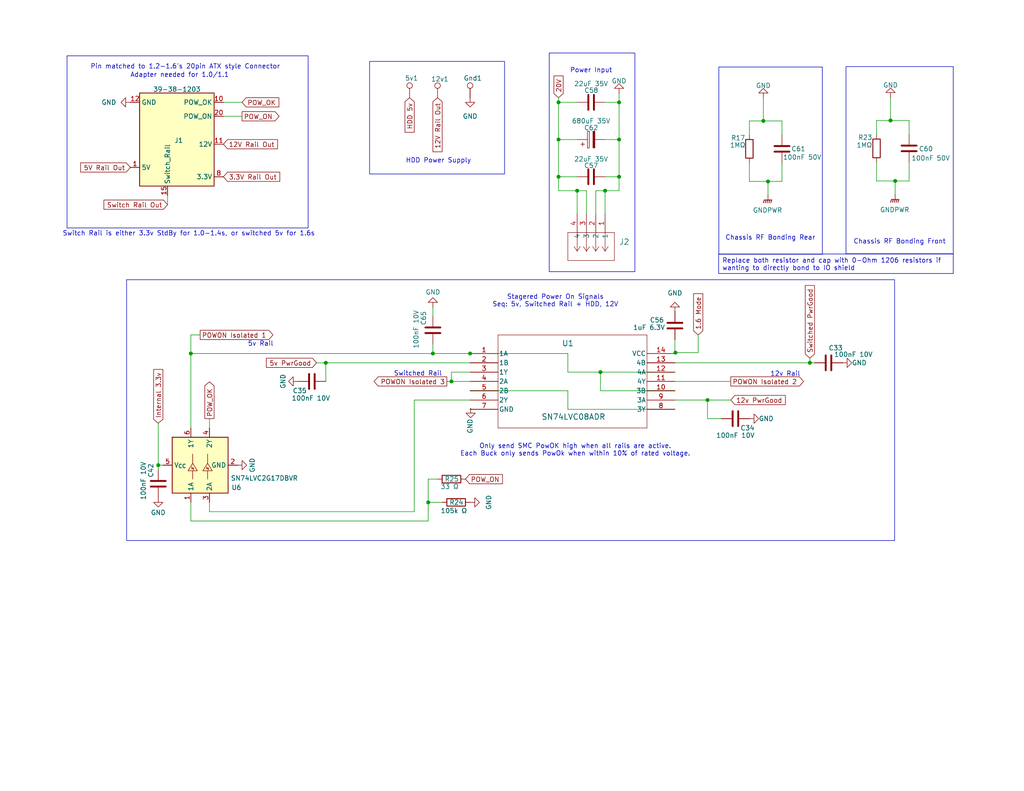
<source format=kicad_sch>
(kicad_sch (version 20250114) (generator "eeschema") (generator_version "9.0")
  (paper "USLetter")
  (title_block (title "pXu") (date "2025-01-02") (rev "1"))
  (lib_symbols
    (symbol "74xGxx:SN74LVC2G14DBV"
      (property "Reference" "U6" (at 2.1433 12.7 0))
      (property "Value" "SN74LVC2G17" (at 2.1433 10.16 0))
      (symbol "SN74LVC2G14DBV_1_1"
        (rectangle (start -7.62 7.62) (end 7.62 -7.62) (stroke (width 0.254)) (fill (type background)))
        (polyline (pts (xy -1.524 3.302) (xy 0.508 2.032) (xy -1.524 0.762) (xy -1.524 3.302)))
        (polyline (pts (xy -1.524 2.032) (xy -3.81 2.032)))
        (polyline (pts (xy -1.524 -0.762) (xy 0.508 -2.032) (xy -1.524 -3.302) (xy -1.524 -0.762)))
        (polyline (pts (xy -1.524 -2.032) (xy -3.81 -2.032)))
        (polyline (pts (xy -1.016 1.778) (xy -1.016 2.286) (xy -0.762 2.286) (xy -0.762 1.778) (xy -1.27 1.778)))
        (polyline (pts (xy -1.016 -2.286) (xy -1.016 -1.778) (xy -0.762 -1.778) (xy -0.762 -2.286) (xy -1.27 -2.286)))
        (polyline (pts (xy -0.762 2.286) (xy -0.508 2.286)))
        (polyline (pts (xy -0.762 -1.778) (xy -0.508 -1.778)))
        (polyline (pts (xy 0.508 2.032) (xy 3.048 2.032)))
        (polyline (pts (xy 0.508 -2.032) (xy 3.048 -2.032)))
        (pin input line (at -10.16 2.54 0) (length 2.54) (name "1A") (number "1"))
        (pin input line (at -10.16 -2.54 0) (length 2.54) (name "2A") (number "3"))
        (pin power_in line (at 0 10.16 270) (length 2.54) (name "V_{CC}") (number "5"))
        (pin power_in line (at 0 -10.16 90) (length 2.54) (name "GND") (number "2"))
        (pin output line (at 10.16 2.54 180) (length 2.54) (name "1Y") (number "6"))
        (pin output line (at 10.16 -2.54 180) (length 2.54) (name "2Y") (number "4"))
      )
    )
    (symbol "CONN_171826-4:171826-4" (pin_names (offset 0.254))
      (property "Reference" "J" (at 8.89 6.35 0))
      (property "Value" "171826-4" (at 0 0 0))
      (symbol "171826-4_1_1"
        (polyline (pts (xy 5.08 2.54) (xy 5.08 -10.16)) (stroke (width 0.127)))
        (polyline (pts (xy 5.08 -10.16) (xy 12.7 -10.16)) (stroke (width 0.127)))
        (polyline (pts (xy 10.16 0) (xy 5.08 0)) (stroke (width 0.127)))
        (polyline (pts (xy 10.16 0) (xy 8.89 0.8467)) (stroke (width 0.127)))
        (polyline (pts (xy 10.16 0) (xy 8.89 -0.8467)) (stroke (width 0.127)))
        (polyline (pts (xy 10.16 -2.54) (xy 5.08 -2.54)) (stroke (width 0.127)))
        (polyline (pts (xy 10.16 -2.54) (xy 8.89 -1.6933)) (stroke (width 0.127)))
        (polyline (pts (xy 10.16 -2.54) (xy 8.89 -3.3867)) (stroke (width 0.127)))
        (polyline (pts (xy 10.16 -5.08) (xy 5.08 -5.08)) (stroke (width 0.127)))
        (polyline (pts (xy 10.16 -5.08) (xy 8.89 -4.2333)) (stroke (width 0.127)))
        (polyline (pts (xy 10.16 -5.08) (xy 8.89 -5.9267)) (stroke (width 0.127)))
        (polyline (pts (xy 10.16 -7.62) (xy 5.08 -7.62)) (stroke (width 0.127)))
        (polyline (pts (xy 10.16 -7.62) (xy 8.89 -6.7733)) (stroke (width 0.127)))
        (polyline (pts (xy 10.16 -7.62) (xy 8.89 -8.4667)) (stroke (width 0.127)))
        (polyline (pts (xy 12.7 2.54) (xy 5.08 2.54)) (stroke (width 0.127)))
        (polyline (pts (xy 12.7 -10.16) (xy 12.7 2.54)) (stroke (width 0.127)))
        (pin unspecified line (at 0 0 0) (length 5.08) (name "1") (number "1"))
        (pin unspecified line (at 0 -2.54 0) (length 5.08) (name "2") (number "2"))
        (pin unspecified line (at 0 -5.08 0) (length 5.08) (name "3") (number "3"))
        (pin unspecified line (at 0 -7.62 0) (length 5.08) (name "4") (number "4"))
      )
      (symbol "171826-4_1_2"
        (polyline (pts (xy 5.08 2.54) (xy 5.08 -10.16)) (stroke (width 0.127)))
        (polyline (pts (xy 5.08 -10.16) (xy 12.7 -10.16)) (stroke (width 0.127)))
        (polyline (pts (xy 7.62 0) (xy 5.08 0)) (stroke (width 0.127)))
        (polyline (pts (xy 7.62 0) (xy 8.89 0.8467)) (stroke (width 0.127)))
        (polyline (pts (xy 7.62 0) (xy 8.89 -0.8467)) (stroke (width 0.127)))
        (polyline (pts (xy 7.62 -2.54) (xy 5.08 -2.54)) (stroke (width 0.127)))
        (polyline (pts (xy 7.62 -2.54) (xy 8.89 -1.6933)) (stroke (width 0.127)))
        (polyline (pts (xy 7.62 -2.54) (xy 8.89 -3.3867)) (stroke (width 0.127)))
        (polyline (pts (xy 7.62 -5.08) (xy 5.08 -5.08)) (stroke (width 0.127)))
        (polyline (pts (xy 7.62 -5.08) (xy 8.89 -4.2333)) (stroke (width 0.127)))
        (polyline (pts (xy 7.62 -5.08) (xy 8.89 -5.9267)) (stroke (width 0.127)))
        (polyline (pts (xy 7.62 -7.62) (xy 5.08 -7.62)) (stroke (width 0.127)))
        (polyline (pts (xy 7.62 -7.62) (xy 8.89 -6.7733)) (stroke (width 0.127)))
        (polyline (pts (xy 7.62 -7.62) (xy 8.89 -8.4667)) (stroke (width 0.127)))
        (polyline (pts (xy 12.7 2.54) (xy 5.08 2.54)) (stroke (width 0.127)))
        (polyline (pts (xy 12.7 -10.16) (xy 12.7 2.54)) (stroke (width 0.127)))
        (pin unspecified line (at 0 0 0) (length 5.08) (name "1") (number "1"))
        (pin unspecified line (at 0 -2.54 0) (length 5.08) (name "2") (number "2"))
        (pin unspecified line (at 0 -5.08 0) (length 5.08) (name "3") (number "3"))
        (pin unspecified line (at 0 -7.62 0) (length 5.08) (name "4") (number "4"))
      )
    )
    (symbol "Connector:ATX-20"
      (property "Reference" "J1" (at 0.508 -0.254 0))
      (property "Value" "39-38-1203" (at 0 13.716 0))
      (symbol "ATX-20_0_1"
        (rectangle (start -10.16 12.7) (end 10.16 -12.7) (stroke (width 0.254)) (fill (type background)))
      )
      (symbol "ATX-20_1_1"
        (pin passive line (at -12.7 10.16 0) (length 2.54) (name "GND") (number "12"))
        (pin passive line (at -12.7 10.16 0) (length 2.54) (hide yes) (name "GND") (number "14"))
        (pin passive line (at -12.7 10.16 0) (length 2.54) (hide yes) (name "GND") (number "16"))
        (pin passive line (at -12.7 10.16 0) (length 2.54) (hide yes) (name "GND") (number "19"))
        (pin passive line (at -12.7 10.16 0) (length 2.54) (hide yes) (name "GND") (number "4"))
        (pin passive line (at -12.7 10.16 0) (length 2.54) (hide yes) (name "GND") (number "5"))
        (pin passive line (at -12.7 10.16 0) (length 2.54) (hide yes) (name "GND") (number "6"))
        (pin passive line (at -12.7 10.16 0) (length 2.54) (hide yes) (name "GND") (number "9"))
        (pin power_out line (at -12.7 -7.62 0) (length 2.54) (name "5V") (number "1"))
        (pin power_out line (at -12.7 -7.62 0) (length 2.54) (hide yes) (name "5V") (number "13"))
        (pin power_out line (at -12.7 -7.62 0) (length 2.54) (hide yes) (name "5V") (number "2"))
        (pin power_out line (at -12.7 -7.62 0) (length 2.54) (hide yes) (name "5V") (number "3"))
        (pin power_out line (at -2.54 -15.24 90) (length 2.54) (name "Switch_Rail") (number "15"))
        (pin output line (at 12.7 10.16 180) (length 2.54) (name "POW_OK") (number "10"))
        (pin input line (at 12.7 6.35 180) (length 2.54) (name "POW_ON") (number "20"))
        (pin power_out line (at 12.7 -1.27 180) (length 2.54) (name "12V") (number "11"))
        (pin power_out line (at 12.7 -10.16 180) (length 2.54) (hide yes) (name "3.3V") (number "17"))
        (pin power_out line (at 12.7 -10.16 180) (length 2.54) (hide yes) (name "3.3V") (number "18"))
        (pin power_out line (at 12.7 -10.16 180) (length 2.54) (hide yes) (name "3.3V") (number "7"))
        (pin power_out line (at 12.7 -10.16 180) (length 2.54) (name "3.3V") (number "8"))
      )
    )
    (symbol "Connector:TestPoint" (pin_numbers (hide yes)) (pin_names (offset 0.762) (hide yes))
      (property "Reference" "TP" (at 0 6.858 0))
      (property "Value" "TestPoint" (at 0 5.08 0))
      (symbol "TestPoint_0_1"
        (circle (center 0 3.302) (radius 0.762))
      )
      (symbol "TestPoint_1_1"
        (pin passive line (at 0 0 90) (length 2.54) (name "1") (number "1"))
      )
    )
    (symbol "Device:C" (pin_numbers (hide yes)) (pin_names (offset 0.254))
      (property "Reference" "C" (at 0.635 2.54 0))
      (property "Value" "C" (at 0.635 -2.54 0))
      (symbol "C_0_1"
        (polyline (pts (xy -2.032 0.762) (xy 2.032 0.762)) (stroke (width 0.508)))
        (polyline (pts (xy -2.032 -0.762) (xy 2.032 -0.762)) (stroke (width 0.508)))
      )
      (symbol "C_1_1"
        (pin passive line (at 0 3.81 270) (length 2.794) (name "~") (number "1"))
        (pin passive line (at 0 -3.81 90) (length 2.794) (name "~") (number "2"))
      )
    )
    (symbol "Device:C_Polarized" (pin_numbers (hide yes)) (pin_names (offset 0.254))
      (property "Reference" "C" (at 0.635 2.54 0))
      (property "Value" "C_Polarized" (at 0.635 -2.54 0))
      (symbol "C_Polarized_0_1"
        (rectangle (start -2.286 0.508) (end 2.286 1.016))
        (polyline (pts (xy -1.778 2.286) (xy -0.762 2.286)))
        (polyline (pts (xy -1.27 2.794) (xy -1.27 1.778)))
        (rectangle (start 2.286 -0.508) (end -2.286 -1.016) (fill (type outline)))
      )
      (symbol "C_Polarized_1_1"
        (pin passive line (at 0 3.81 270) (length 2.794) (name "~") (number "1"))
        (pin passive line (at 0 -3.81 90) (length 2.794) (name "~") (number "2"))
      )
    )
    (symbol "Device:R" (pin_numbers (hide yes)) (pin_names (offset 0))
      (property "Reference" "R" (at 2.032 0 90))
      (property "Value" "R" (at 0 0 90))
      (symbol "R_0_1"
        (rectangle (start -1.016 -2.54) (end 1.016 2.54) (stroke (width 0.254)))
      )
      (symbol "R_1_1"
        (pin passive line (at 0 3.81 270) (length 1.27) (name "~") (number "1"))
        (pin passive line (at 0 -3.81 90) (length 1.27) (name "~") (number "2"))
      )
    )
    (symbol "logic:SN74HC08DR" (pin_names (offset 0.254))
      (property "Reference" "U" (at 27.94 10.16 0))
      (property "Value" "SN74HC08DR" (at 27.94 7.62 0))
      (symbol "SN74HC08DR_0_1"
        (polyline (pts (xy 7.62 5.08) (xy 7.62 -20.32)) (stroke (width 0.127)))
        (polyline (pts (xy 7.62 -20.32) (xy 48.26 -20.32)) (stroke (width 0.127)))
        (polyline (pts (xy 48.26 5.08) (xy 7.62 5.08)) (stroke (width 0.127)))
        (polyline (pts (xy 48.26 -20.32) (xy 48.26 5.08)) (stroke (width 0.127)))
        (pin input line (at 0 0 0) (length 7.62) (name "1A") (number "1"))
        (pin input line (at 0 -2.54 0) (length 7.62) (name "1B") (number "2"))
        (pin output line (at 0 -5.08 0) (length 7.62) (name "1Y") (number "3"))
        (pin input line (at 0 -7.62 0) (length 7.62) (name "2A") (number "4"))
        (pin input line (at 0 -10.16 0) (length 7.62) (name "2B") (number "5"))
        (pin output line (at 0 -12.7 0) (length 7.62) (name "2Y") (number "6"))
        (pin power_in line (at 0 -15.24 0) (length 7.62) (name "GND") (number "7"))
        (pin power_in line (at 55.88 0 180) (length 7.62) (name "VCC") (number "14"))
        (pin input line (at 55.88 -2.54 180) (length 7.62) (name "4B") (number "13"))
        (pin input line (at 55.88 -5.08 180) (length 7.62) (name "4A") (number "12"))
        (pin output line (at 55.88 -7.62 180) (length 7.62) (name "4Y") (number "11"))
        (pin input line (at 55.88 -10.16 180) (length 7.62) (name "3B") (number "10"))
        (pin input line (at 55.88 -12.7 180) (length 7.62) (name "3A") (number "9"))
        (pin output line (at 55.88 -15.24 180) (length 7.62) (name "3Y") (number "8"))
      )
    )
    (symbol "power:GND" (power) (pin_numbers (hide yes)) (pin_names (offset 0) (hide yes))
      (property "Value" "GND" (at 0 -3.81 0))
      (symbol "GND_0_1"
        (polyline (pts (xy 0 0) (xy 0 -1.27) (xy 1.27 -1.27) (xy 0 -2.54) (xy -1.27 -1.27) (xy 0 -1.27)))
      )
      (symbol "GND_1_1"
        (pin power_in line (at 0 0 270) (length 0) (name "~") (number "1"))
      )
    )
    (symbol "power:GNDPWR" (power) (pin_numbers (hide yes)) (pin_names (offset 0) (hide yes))
      (property "Value" "GNDPWR" (at 0 -3.302 0))
      (symbol "GNDPWR_0_1"
        (polyline (pts (xy -1.016 -1.27) (xy -1.27 -2.032) (xy -1.27 -2.032)) (stroke (width 0.2032)))
        (polyline (pts (xy -0.508 -1.27) (xy -0.762 -2.032) (xy -0.762 -2.032)) (stroke (width 0.2032)))
        (polyline (pts (xy 0 -1.27) (xy 0 0)))
        (polyline (pts (xy 0 -1.27) (xy -0.254 -2.032) (xy -0.254 -2.032)) (stroke (width 0.2032)))
        (polyline (pts (xy 0.508 -1.27) (xy 0.254 -2.032) (xy 0.254 -2.032)) (stroke (width 0.2032)))
        (polyline (pts (xy 1.016 -1.27) (xy -1.016 -1.27) (xy -1.016 -1.27)) (stroke (width 0.2032)))
        (polyline (pts (xy 1.016 -1.27) (xy 0.762 -2.032) (xy 0.762 -2.032) (xy 0.762 -2.032)) (stroke (width 0.2032)))
      )
      (symbol "GNDPWR_1_1"
        (pin power_in line (at 0 0 270) (length 0) (name "~") (number "1"))
      )
    )
  )
  (rectangle (start 230.8293 18.1809) (end 260.096 69.2973))
  (rectangle (start 18.288 15.24) (end 84.074 62.23))
  (rectangle (start 34.544 76.3689) (end 244.0939 147.574))
  (rectangle (start 196.1325 18.3056) (end 224.3672 69.422))
  (rectangle (start 149.86 14.478) (end 173.228 74.168))
  (rectangle (start 100.838 16.764) (end 137.668 47.498))
  (text "HDD Power Supply" (at 119.634 43.942 0) (effects (font (size 1.27 1.27))))
  (text "Switched Rail" (at 114.046 102.108 0) (effects (font (size 1.27 1.27))))
  (text "Chassis RF Bonding Rear" (at 210.1974 65.0136 0) (effects (font (size 1.27 1.27))))
  (text "Adapter needed for 1.0/1.1" (at 49.022 20.574 0) (effects (font (size 1.27 1.27))))
  (text "Pin matched to 1.2-1.6's 20pin ATX style Connector" (at 50.546 18.288 0) (effects (font (size 1.27 1.27))))
  (text "Stagered Power On Signals\nSeq: 5v, Switched Rail + HDD, 12V" (at 151.5453 82.2025 0) (effects (font (size 1.27 1.27))))
  (text "12v Rail" (at 214.2757 102.2087 0) (effects (font (size 1.27 1.27))))
  (text "Only send SMC PowOK high when all rails are active.\nEach Buck only sends PowOk when within 10% of rated voltage." (at 156.972 122.936 0) (effects (font (size 1.27 1.27))))
  (text "Power Input" (at 161.29 19.304 0) (effects (font (size 1.27 1.27))))
  (text "Chassis RF Bonding Front" (at 245.4645 66.0632 0) (effects (font (size 1.27 1.27))))
  (text "5v Rail" (at 71.12 93.98 0) (effects (font (size 1.27 1.27))))
  (text "Switch Rail is either 3.3v StdBy for 1.0-1.4s, or switched 5v for 1.6s" (at 51.508 63.8578 0) (effects (font (size 1.27 1.27))))
  (text_box "Replace both resistor and cap with 0-Ohm 1206 resistors if wanting to directly bond to IO shield" (at 196.088 69.342 0) (size 64.008 5.334) (margins 0.9525 0.9525 0.9525 0.9525) (effects (font (size 1.27 1.27)) (justify left top)))
  (junction (at 165.1 52.07))
  (junction (at 168.91 48.26))
  (junction (at 123.19 104.14))
  (junction (at 152.4 27.94))
  (junction (at 168.91 27.94))
  (junction (at 208.28 33.02))
  (junction (at 116.84 137.16))
  (junction (at 128.27 96.52))
  (junction (at 118.11 96.52))
  (junction (at 163.83 101.6))
  (junction (at 52.07 96.52))
  (junction (at 152.4 38.1))
  (junction (at 244.2468 49.4053))
  (junction (at 242.9768 32.8953))
  (junction (at 193.04 109.22))
  (junction (at 152.4 48.26))
  (junction (at 220.98 99.06))
  (junction (at 168.91 38.1))
  (junction (at 184.2964 96.2755))
  (junction (at 88.9 99.06))
  (junction (at 209.55 49.53))
  (junction (at 157.48 52.07))
  (junction (at 43.18 127))
  (wire (pts (xy 184.15 106.68) (xy 163.83 106.68)))
  (wire (pts (xy 152.4 27.94) (xy 152.4 26.67)))
  (wire (pts (xy 118.11 93.98) (xy 118.11 96.52)))
  (wire (pts (xy 157.48 52.07) (xy 157.48 58.42)))
  (wire (pts (xy 184.15 92.71) (xy 184.15 96.2755)))
  (wire (pts (xy 113.03 109.22) (xy 128.27 109.22)))
  (wire (pts (xy 57.15 114.3) (xy 57.15 116.84)))
  (wire (pts (xy 113.03 139.7) (xy 57.15 139.7)))
  (wire (pts (xy 88.9 99.06) (xy 128.27 99.06)))
  (wire (pts (xy 154.94 101.6) (xy 163.83 101.6)))
  (wire (pts (xy 193.04 109.22) (xy 193.04 114.3)))
  (wire (pts (xy 60.96 31.75) (xy 66.04 31.75)))
  (wire (pts (xy 162.56 58.42) (xy 162.56 52.07)))
  (wire (pts (xy 248.0568 32.8953) (xy 248.0568 36.7053)))
  (wire (pts (xy 128.27 111.76) (xy 128.4164 111.5155)))
  (wire (pts (xy 128.27 101.6) (xy 123.19 101.6)))
  (wire (pts (xy 120.65 137.16) (xy 116.84 137.16)))
  (wire (pts (xy 43.18 115.57) (xy 43.18 127)))
  (wire (pts (xy 128.27 96.52) (xy 154.94 96.52)))
  (wire (pts (xy 168.91 38.1) (xy 168.91 27.94)))
  (wire (pts (xy 204.47 44.45) (xy 204.47 49.53)))
  (wire (pts (xy 152.4 52.07) (xy 157.48 52.07)))
  (wire (pts (xy 54.61 91.44) (xy 52.07 91.44)))
  (wire (pts (xy 66.04 27.94) (xy 60.96 27.94)))
  (wire (pts (xy 121.92 104.14) (xy 123.19 104.14)))
  (wire (pts (xy 116.84 130.81) (xy 116.84 137.16)))
  (wire (pts (xy 52.07 142.24) (xy 52.07 137.16)))
  (wire (pts (xy 116.84 130.81) (xy 119.38 130.81)))
  (wire (pts (xy 165.1 52.07) (xy 165.1 58.42)))
  (wire (pts (xy 184.2964 96.2755) (xy 190.5 96.2755)))
  (wire (pts (xy 123.19 104.14) (xy 128.27 104.14)))
  (wire (pts (xy 165.1 48.26) (xy 168.91 48.26)))
  (wire (pts (xy 165.1 52.07) (xy 168.91 52.07)))
  (wire (pts (xy 165.1 38.1) (xy 168.91 38.1)))
  (wire (pts (xy 113.03 109.22) (xy 113.03 139.7)))
  (wire (pts (xy 157.48 38.1) (xy 152.4 38.1)))
  (wire (pts (xy 190.5 91.44) (xy 190.5 96.2755)))
  (wire (pts (xy 220.98 97.79) (xy 220.98 99.06)))
  (wire (pts (xy 162.56 52.07) (xy 165.1 52.07)))
  (wire (pts (xy 163.83 101.6) (xy 163.83 106.68)))
  (wire (pts (xy 248.0568 49.4053) (xy 248.0568 44.3253)))
  (wire (pts (xy 160.02 52.07) (xy 157.48 52.07)))
  (wire (pts (xy 242.9768 32.8953) (xy 242.9768 26.5453)))
  (wire (pts (xy 209.55 53.34) (xy 209.55 49.53)))
  (wire (pts (xy 239.1668 36.7053) (xy 239.1668 32.8953)))
  (wire (pts (xy 244.2468 53.2153) (xy 244.2468 49.4053)))
  (wire (pts (xy 152.4 48.26) (xy 152.4 38.1)))
  (wire (pts (xy 43.18 127) (xy 43.18 128.27)))
  (wire (pts (xy 152.4 48.26) (xy 152.4 52.07)))
  (wire (pts (xy 152.4 38.1) (xy 152.4 27.94)))
  (wire (pts (xy 160.02 58.42) (xy 160.02 52.07)))
  (wire (pts (xy 128.27 106.68) (xy 154.94 106.68)))
  (wire (pts (xy 168.91 52.07) (xy 168.91 48.26)))
  (wire (pts (xy 213.36 49.53) (xy 213.36 44.45)))
  (wire (pts (xy 86.36 99.06) (xy 88.9 99.06)))
  (wire (pts (xy 208.28 33.02) (xy 208.28 26.67)))
  (wire (pts (xy 213.36 33.02) (xy 213.36 36.83)))
  (wire (pts (xy 184.15 96.52) (xy 184.2964 96.2755)))
  (wire (pts (xy 118.11 83.82) (xy 118.11 86.36)))
  (wire (pts (xy 204.47 33.02) (xy 208.28 33.02)))
  (wire (pts (xy 123.19 101.6) (xy 123.19 104.14)))
  (wire (pts (xy 193.04 114.3) (xy 196.85 114.3)))
  (wire (pts (xy 52.07 91.44) (xy 52.07 96.52)))
  (wire (pts (xy 193.04 109.22) (xy 199.39 109.22)))
  (wire (pts (xy 57.15 139.7) (xy 57.15 137.16)))
  (wire (pts (xy 184.15 99.06) (xy 220.98 99.06)))
  (wire (pts (xy 239.1668 32.8953) (xy 242.9768 32.8953)))
  (wire (pts (xy 52.07 142.24) (xy 116.84 142.24)))
  (wire (pts (xy 157.48 48.26) (xy 152.4 48.26)))
  (wire (pts (xy 239.1668 44.3253) (xy 239.1668 49.4053)))
  (wire (pts (xy 204.47 49.53) (xy 209.55 49.53)))
  (wire (pts (xy 209.55 49.53) (xy 213.36 49.53)))
  (wire (pts (xy 52.07 96.52) (xy 118.11 96.52)))
  (wire (pts (xy 204.47 36.83) (xy 204.47 33.02)))
  (wire (pts (xy 220.98 99.06) (xy 222.25 99.06)))
  (wire (pts (xy 244.2468 49.4053) (xy 248.0568 49.4053)))
  (wire (pts (xy 45.72 55.88) (xy 45.72 53.34)))
  (wire (pts (xy 242.9768 32.8953) (xy 248.0568 32.8953)))
  (wire (pts (xy 118.11 96.52) (xy 128.27 96.52)))
  (wire (pts (xy 157.48 27.94) (xy 152.4 27.94)))
  (wire (pts (xy 184.15 109.22) (xy 193.04 109.22)))
  (wire (pts (xy 165.1 27.94) (xy 168.91 27.94)))
  (wire (pts (xy 43.18 127) (xy 44.45 127)))
  (wire (pts (xy 52.07 96.52) (xy 52.07 116.84)))
  (wire (pts (xy 163.83 101.6) (xy 184.15 101.6)))
  (wire (pts (xy 168.91 27.94) (xy 168.91 25.4)))
  (wire (pts (xy 184.15 96.2755) (xy 184.2964 96.2755)))
  (wire (pts (xy 116.84 142.24) (xy 116.84 137.16)))
  (wire (pts (xy 88.9 99.06) (xy 88.9 104.14)))
  (wire (pts (xy 239.1668 49.4053) (xy 244.2468 49.4053)))
  (wire (pts (xy 154.94 111.76) (xy 184.15 111.76)))
  (wire (pts (xy 154.94 106.68) (xy 154.94 111.76)))
  (wire (pts (xy 184.15 104.14) (xy 199.39 104.14)))
  (wire (pts (xy 208.28 33.02) (xy 213.36 33.02)))
  (wire (pts (xy 154.94 101.6) (xy 154.94 96.52)))
  (wire (pts (xy 168.91 48.26) (xy 168.91 38.1)))
  (global_label "20V" (shape input) (at 152.4 26.67 90) (property "Intersheetrefs" "${INTERSHEET_REFS}" (effects (hide yes))))
  (global_label "12V Rail Out" (shape input) (at 60.96 39.37 0) (property "Intersheetrefs" "${INTERSHEET_REFS}" (effects (hide yes))))
  (global_label "HDD 5v" (shape input) (at 111.76 26.67 270) (property "Intersheetrefs" "${INTERSHEET_REFS}" (effects (hide yes))))
  (global_label "5v PwrGood" (shape input) (at 86.36 99.06 180) (property "Intersheetrefs" "${INTERSHEET_REFS}" (effects (hide yes))))
  (global_label "3.3V Rail Out" (shape input) (at 60.96 48.26 0) (property "Intersheetrefs" "${INTERSHEET_REFS}" (effects (hide yes))))
  (global_label "1.6 Mode" (shape input) (at 190.5 91.44 90) (property "Intersheetrefs" "${INTERSHEET_REFS}" (effects (hide yes))))
  (global_label "12V Rail Out" (shape input) (at 119.38 26.67 270) (property "Intersheetrefs" "${INTERSHEET_REFS}" (effects (hide yes))))
  (global_label "POW_ON" (shape output) (at 66.04 31.75 0) (property "Intersheetrefs" "${INTERSHEET_REFS}" (effects (hide yes))))
  (global_label "POW_OK" (shape output) (at 57.15 114.3 90) (property "Intersheetrefs" "${INTERSHEET_REFS}" (effects (hide yes))))
  (global_label "Internal 3.3v" (shape input) (at 43.18 115.57 90) (property "Intersheetrefs" "${INTERSHEET_REFS}" (effects (hide yes))))
  (global_label "Switched PwrGood" (shape input) (at 220.98 97.79 90) (property "Intersheetrefs" "${INTERSHEET_REFS}" (effects (hide yes))))
  (global_label "POWON Isolated 1" (shape output) (at 54.61 91.44 0) (property "Intersheetrefs" "${INTERSHEET_REFS}" (effects (hide yes))))
  (global_label "POW_OK" (shape input) (at 66.04 27.94 0) (property "Intersheetrefs" "${INTERSHEET_REFS}" (effects (hide yes))))
  (global_label "POWON Isolated 3" (shape output) (at 121.92 104.14 180) (property "Intersheetrefs" "${INTERSHEET_REFS}" (effects (hide yes))))
  (global_label "5V Rail Out" (shape input) (at 35.56 45.72 180) (property "Intersheetrefs" "${INTERSHEET_REFS}" (effects (hide yes))))
  (global_label "POWON Isolated 2" (shape output) (at 199.39 104.14 0) (property "Intersheetrefs" "${INTERSHEET_REFS}" (effects (hide yes))))
  (global_label "12v PwrGood" (shape input) (at 199.39 109.22 0) (property "Intersheetrefs" "${INTERSHEET_REFS}" (effects (hide yes))))
  (global_label "Switch Rail Out" (shape input) (at 45.72 55.88 180) (property "Intersheetrefs" "${INTERSHEET_REFS}" (effects (hide yes))))
  (global_label "POW_ON" (shape input) (at 127 130.81 0) (property "Intersheetrefs" "${INTERSHEET_REFS}" (effects (hide yes))))
  (symbol (lib_id "power:GND") (at 242.9768 26.5453 180) (unit 1)
    (property "Reference" "#PWR032" (effects (hide yes)))
    (property "Value" "GND" (at 242.9768 23.2433 0))
    (property "Description" "Power symbol creates a global label with name \"GND\" , ground" (effects (hide yes)))
  )
  (symbol (lib_id "power:GND") (at 128.27 26.67 0) (unit 1)
    (property "Reference" "#PWR035" (effects (hide yes)))
    (property "Value" "GND" (at 128.27 31.75 0))
    (property "Description" "Power symbol creates a global label with name \"GND\" , ground" (effects (hide yes)))
  )
  (symbol (lib_id "power:GND") (at 128.27 137.16 90) (unit 1)
    (property "Reference" "#PWR023" (effects (hide yes)))
    (property "Value" "GND" (at 133.35 137.16 0))
    (property "Description" "Power symbol creates a global label with name \"GND\" , ground" (effects (hide yes)))
  )
  (symbol (lib_id "Device:R") (at 124.46 137.16 90) (unit 1)
    (property "Reference" "R24" (at 126.492 137.16 90) (effects (justify left)))
    (property "Value" "105k Ω" (at 127.508 139.446 90) (effects (justify left)))
    (property "Footprint" "Resistor_SMD:R_0603_1608Metric_Pad0.98x0.95mm_HandSolder" (effects (hide yes)))
    (property "Description" "Resistor" (effects (hide yes)))
  )
  (symbol (lib_id "Device:C") (at 200.66 114.3 90) (unit 1)
    (property "Reference" "C34" (at 203.962 116.84 90))
    (property "Value" "100nF 10V" (at 200.66 118.872 90))
    (property "Footprint" "Capacitor_SMD:C_0603_1608Metric_Pad1.08x0.95mm_HandSolder" (effects (hide yes)))
    (property "Description" "Unpolarized capacitor" (effects (hide yes)))
  )
  (symbol (lib_id "Device:C") (at 248.0568 40.5153 0) (unit 1)
    (property "Reference" "C60" (at 250.698 40.64 0) (effects (justify left)))
    (property "Value" "100nF 50V" (at 248.666 43.18 0) (effects (justify left)))
    (property "Footprint" "Capacitor_SMD:C_1206_3216Metric_Pad1.33x1.80mm_HandSolder" (effects (hide yes)))
    (property "Description" "Unpolarized capacitor" (effects (hide yes)))
  )
  (symbol (lib_id "74xGxx:SN74LVC2G14DBV") (at 54.61 127 90) (unit 1)
    (property "Reference" "U6" (at 64.516 133.096 90))
    (property "Value" "SN74LVC2G17DBVR" (at 72.136 130.556 90))
    (property "Footprint" "Package_TO_SOT_SMD:SOT-23-6_Handsoldering" (effects (hide yes)))
  )
  (symbol (lib_id "Device:C") (at 161.29 27.94 90) (unit 1)
    (property "Reference" "C58" (at 161.3453 24.673 90))
    (property "Value" "22uF 35V" (at 161.29 22.86 90))
    (property "Footprint" "Capacitor_SMD:C_1210_3225Metric_Pad1.33x2.70mm_HandSolder" (effects (hide yes)))
    (property "Description" "Unpolarized capacitor" (effects (hide yes)))
  )
  (symbol (lib_id "power:GND") (at 43.18 135.89 0) (unit 1)
    (property "Reference" "#PWR017" (effects (hide yes)))
    (property "Value" "GND" (at 45.212 139.954 0) (effects (justify right)))
    (property "Description" "Power symbol creates a global label with name \"GND\" , ground" (effects (hide yes)))
  )
  (symbol (lib_id "logic:SN74HC08DR") (at 128.27 96.52 0) (unit 1)
    (property "Reference" "U1" (at 154.94 93.726 0) (effects (font (size 1.524 1.524))))
    (property "Value" "SN74LVC08ADR" (at 156.464 113.8028 0) (effects (font (size 1.524 1.524))))
    (property "Footprint" "D14" (effects (hide yes)))
    (property "Datasheet" "SN74LVC08ADR" (effects (hide yes)))
  )
  (symbol (lib_id "power:GND") (at 35.56 27.94 270) (unit 1)
    (property "Reference" "#PWR031" (effects (hide yes)))
    (property "Value" "GND" (at 31.75 27.9399 90) (effects (justify right)))
    (property "Description" "Power symbol creates a global label with name \"GND\" , ground" (effects (hide yes)))
  )
  (symbol (lib_id "Device:R") (at 123.19 130.81 90) (unit 1)
    (property "Reference" "R25" (at 125.222 130.81 90) (effects (justify left)))
    (property "Value" "33 Ω" (at 125.222 132.842 90) (effects (justify left)))
    (property "Footprint" "Resistor_SMD:R_0603_1608Metric_Pad0.98x0.95mm_HandSolder" (effects (hide yes)))
    (property "Description" "Resistor" (effects (hide yes)))
  )
  (symbol (lib_id "power:GND") (at 204.47 114.3 90) (unit 1)
    (property "Reference" "#PWR014" (effects (hide yes)))
    (property "Value" "GND" (at 207.01 114.3 90) (effects (justify right)))
    (property "Description" "Power symbol creates a global label with name \"GND\" , ground" (effects (hide yes)))
  )
  (symbol (lib_id "Device:R") (at 239.1668 40.5153 0) (unit 1)
    (property "Reference" "R23" (at 234.1289 37.5245 0) (effects (justify left)))
    (property "Value" "1MΩ" (at 233.68 39.624 0) (effects (justify left)))
    (property "Footprint" "Resistor_SMD:R_1206_3216Metric_Pad1.30x1.75mm_HandSolder" (effects (hide yes)))
    (property "Description" "Resistor" (effects (hide yes)))
  )
  (symbol (lib_id "power:GND") (at 208.28 26.67 180) (unit 1)
    (property "Reference" "#PWR030" (effects (hide yes)))
    (property "Value" "GND" (at 208.28 23.368 0))
    (property "Description" "Power symbol creates a global label with name \"GND\" , ground" (effects (hide yes)))
  )
  (symbol (lib_id "CONN_171826-4:171826-4") (at 165.1 58.42 270) (unit 1)
    (property "Reference" "J2" (at 168.91 66.0399 90) (effects (font (size 1.524 1.524)) (justify left)))
    (property "Value" "171826-4" (effects (hide yes)))
    (property "Footprint" "CONN_171826-4_TYCO_TYC" (effects (hide yes)))
    (property "Datasheet" "171826-4" (effects (hide yes)))
  )
  (symbol (lib_id "power:GND") (at 81.28 104.14 270) (unit 1)
    (property "Reference" "#PWR015" (effects (hide yes)))
    (property "Value" "GND" (at 77.216 106.172 0) (effects (justify right)))
    (property "Description" "Power symbol creates a global label with name \"GND\" , ground" (effects (hide yes)))
  )
  (symbol (lib_id "power:GNDPWR") (at 244.2468 53.2153 0) (unit 1)
    (property "Reference" "#PWR036" (effects (hide yes)))
    (property "Value" "GNDPWR" (at 244.1198 57.2728 0))
    (property "Description" "Power symbol creates a global label with name \"GNDPWR\" , global ground" (effects (hide yes)))
  )
  (symbol (lib_id "Connector:TestPoint") (at 119.38 26.67 0) (unit 1) (in_bom no)
    (property "Reference" "12v1" (at 117.602 21.59 0) (effects (justify left)))
    (property "Value" "TestPoint" (effects (hide yes)))
    (property "Footprint" "TestPoint:TestPoint_THTPad_D4.0mm_Drill2.0mm" (effects (hide yes)))
    (property "Description" "test point" (effects (hide yes)))
  )
  (symbol (lib_id "power:GND") (at 168.91 25.4 180) (unit 1)
    (property "Reference" "#PWR054" (effects (hide yes)))
    (property "Value" "GND" (at 168.91 22.098 0))
    (property "Description" "Power symbol creates a global label with name \"GND\" , ground" (effects (hide yes)))
  )
  (symbol (lib_id "power:GND") (at 229.87 99.06 90) (unit 1)
    (property "Reference" "#PWR028" (effects (hide yes)))
    (property "Value" "GND" (at 232.41 99.06 90) (effects (justify right)))
    (property "Description" "Power symbol creates a global label with name \"GND\" , ground" (effects (hide yes)))
  )
  (symbol (lib_id "Device:C") (at 184.15 88.9 0) (unit 1)
    (property "Reference" "C56" (at 177.292 87.376 0) (effects (justify left)))
    (property "Value" "1uF 6.3V" (at 172.72 89.408 0) (effects (justify left)))
    (property "Footprint" "Capacitor_SMD:C_0603_1608Metric_Pad1.08x0.95mm_HandSolder" (effects (hide yes)))
    (property "Description" "Unpolarized capacitor" (effects (hide yes)))
  )
  (symbol (lib_id "Device:C") (at 226.06 99.06 270) (unit 1)
    (property "Reference" "C33" (at 226.06 94.996 90) (effects (justify left)))
    (property "Value" "100nF 10V" (at 227.584 96.774 90) (effects (justify left)))
    (property "Footprint" "Capacitor_SMD:C_0603_1608Metric_Pad1.08x0.95mm_HandSolder" (effects (hide yes)))
    (property "Description" "Unpolarized capacitor" (effects (hide yes)))
  )
  (symbol (lib_id "Device:C") (at 213.36 40.64 0) (unit 1)
    (property "Reference" "C61" (at 215.9 40.64 0) (effects (justify left)))
    (property "Value" "100nF 50V" (at 213.614 42.926 0) (effects (justify left)))
    (property "Footprint" "Capacitor_SMD:C_1206_3216Metric_Pad1.33x1.80mm_HandSolder" (effects (hide yes)))
    (property "Description" "Unpolarized capacitor" (effects (hide yes)))
  )
  (symbol (lib_id "power:GND") (at 184.15 85.09 180) (unit 1)
    (property "Reference" "#PWR06" (effects (hide yes)))
    (property "Value" "GND" (at 184.15 80.01 0))
    (property "Description" "Power symbol creates a global label with name \"GND\" , ground" (effects (hide yes)))
  )
  (symbol (lib_id "power:GNDPWR") (at 209.55 53.34 0) (unit 1)
    (property "Reference" "#PWR09" (effects (hide yes)))
    (property "Value" "GNDPWR" (at 209.423 57.3975 0))
    (property "Description" "Power symbol creates a global label with name \"GNDPWR\" , global ground" (effects (hide yes)))
  )
  (symbol (lib_id "power:GND") (at 64.77 127 90) (unit 1)
    (property "Reference" "#PWR037" (effects (hide yes)))
    (property "Value" "GND" (at 68.834 124.968 0) (effects (justify right)))
    (property "Description" "Power symbol creates a global label with name \"GND\" , ground" (effects (hide yes)))
  )
  (symbol (lib_id "Device:C") (at 161.29 48.26 90) (unit 1)
    (property "Reference" "C57" (at 161.29 45.1947 90))
    (property "Value" "22uF 35V" (at 161.29 43.434 90))
    (property "Footprint" "Capacitor_SMD:C_1210_3225Metric_Pad1.33x2.70mm_HandSolder" (effects (hide yes)))
    (property "Description" "Unpolarized capacitor" (effects (hide yes)))
  )
  (symbol (lib_id "Connector:TestPoint") (at 111.76 26.67 0) (unit 1) (in_bom no)
    (property "Reference" "5v1" (at 110.49 21.336 0) (effects (justify left)))
    (property "Value" "TestPoint" (effects (hide yes)))
    (property "Footprint" "TestPoint:TestPoint_THTPad_D4.0mm_Drill2.0mm" (effects (hide yes)))
    (property "Description" "test point" (effects (hide yes)))
  )
  (symbol (lib_id "Connector:ATX-20") (at 48.26 38.1 0) (unit 1)
    (property "Reference" "J1" (at 48.768 38.354 0))
    (property "Value" "39-38-1203" (at 48.26 24.384 0))
    (property "Footprint" "Connector_Molex:Molex_Mini-Fit_Jr_5566-20A_2x10_P4.20mm_Vertical" (effects (hide yes)))
    (property "Datasheet" "https://web.aub.edu.lb/pub/docs/atx_201.pdf#page=20" (effects (hide yes)))
    (property "Description" "ATX Power supply 20pins" (effects (hide yes)))
  )
  (symbol (lib_id "power:GND") (at 118.11 83.82 180) (unit 1)
    (property "Reference" "#PWR041" (effects (hide yes)))
    (property "Value" "GND" (at 116.078 79.756 0) (effects (justify right)))
    (property "Description" "Power symbol creates a global label with name \"GND\" , ground" (effects (hide yes)))
  )
  (symbol (lib_id "Device:R") (at 204.47 40.64 0) (unit 1)
    (property "Reference" "R17" (at 199.4321 37.6492 0) (effects (justify left)))
    (property "Value" "1MΩ" (at 199.136 39.624 0) (effects (justify left)))
    (property "Footprint" "Resistor_SMD:R_1206_3216Metric_Pad1.30x1.75mm_HandSolder" (effects (hide yes)))
    (property "Description" "Resistor" (effects (hide yes)))
  )
  (symbol (lib_id "Device:C") (at 43.18 132.08 180) (unit 1)
    (property "Reference" "C42" (at 41.148 126.492 90) (effects (justify left)))
    (property "Value" "100nF 10V" (at 39.116 125.984 90) (effects (justify left)))
    (property "Footprint" "Capacitor_SMD:C_0603_1608Metric_Pad1.08x0.95mm_HandSolder" (effects (hide yes)))
    (property "Description" "Unpolarized capacitor" (effects (hide yes)))
  )
  (symbol (lib_id "Device:C_Polarized") (at 161.29 38.1 90) (unit 1)
    (property "Reference" "C62" (at 161.29 34.8884 90))
    (property "Value" "680uF 35V" (at 161.29 33.02 90))
    (property "Footprint" "Capacitor_THT:CP_Radial_D10.0mm_P5.00mm" (effects (hide yes)))
    (property "Description" "Polarized capacitor" (effects (hide yes)))
  )
  (symbol (lib_id "Device:C") (at 85.09 104.14 90) (unit 1)
    (property "Reference" "C35" (at 81.788 106.68 90))
    (property "Value" "100nF 10V" (at 84.836 108.712 90))
    (property "Footprint" "Capacitor_SMD:C_0603_1608Metric_Pad1.08x0.95mm_HandSolder" (effects (hide yes)))
    (property "Description" "Unpolarized capacitor" (effects (hide yes)))
  )
  (symbol (lib_id "power:GND") (at 128.4164 111.5155 0) (unit 1)
    (property "Reference" "#PWR029" (effects (hide yes)))
    (property "Value" "GND" (at 128.27 114.3 90) (effects (justify right)))
    (property "Description" "Power symbol creates a global label with name \"GND\" , ground" (effects (hide yes)))
  )
  (symbol (lib_id "Connector:TestPoint") (at 128.27 26.67 0) (unit 1) (in_bom no)
    (property "Reference" "Gnd1" (at 126.492 21.336 0) (effects (justify left)))
    (property "Value" "TestPoint" (effects (hide yes)))
    (property "Footprint" "TestPoint:TestPoint_THTPad_D4.0mm_Drill2.0mm" (effects (hide yes)))
    (property "Description" "test point" (effects (hide yes)))
  )
  (symbol (lib_id "Device:C") (at 118.11 90.17 0) (unit 1)
    (property "Reference" "C65" (at 115.57 86.868 90))
    (property "Value" "100nF 10V" (at 113.538 89.916 90))
    (property "Footprint" "Capacitor_SMD:C_0603_1608Metric_Pad1.08x0.95mm_HandSolder" (effects (hide yes)))
    (property "Description" "Unpolarized capacitor" (effects (hide yes)))
  )
)
</source>
